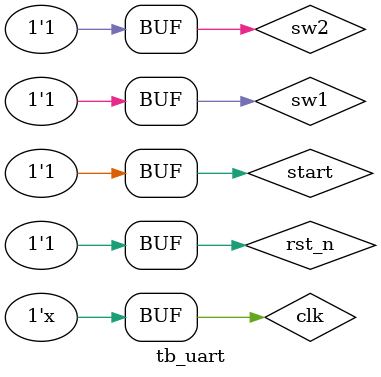
<source format=sv>
`timescale 1ns / 100ps

module tb_uart;

logic clk;
logic rst_n;
logic start;
logic tx_data;
logic sw1;
logic sw2;

initial begin
clk = 1'b1;
rst_n = 1'b0;
start = 1'b0;
sw1 = 1'b0;
sw2 = 1'b0;
#200 rst_n = 1'b1;
#200 start = 1'b1;
sw1 = 1'b1;
sw2 = 1'b1;
end

logic uart_txd;

uart_loopback_top u_uart_loopback_top(
.sys_clk    (clk) ,            //Íâ²¿50MÊ±ÖÓ
.sys_rst_n  (rst_n) ,          //Íâ²¿¸´Î»ÐÅºÅ£¬µÍÓÐÐ§
.uart_rxd   (tx_data) ,           //UART½ÓÊÕ¶Ë¿Ú
.uart_txd   (uart_txd),         //UART·¢ËÍ¶Ë¿Ú
.sw1(sw1),
.sw2(sw2)
);

always#10 clk = ~clk; 
    
parameter  CLK_FREQ = 50000000;              //ÏµÍ³Ê±ÖÓÆµÂÊ
parameter  UART_BPS = 115200;                //´®¿Ú²¨ÌØÂÊ
localparam  BPS_CNT  = CLK_FREQ/UART_BPS;     //ÎªµÃµ½Ö¸¶¨²¨ÌØÂÊ£¬¶ÔÏµÍ³Ê±ÖÓ¼ÆÊýBPS_CNT´Î

reg [15:0] clk_cnt;                         //ÏµÍ³Ê±ÖÓ¼ÆÊýÆ÷


//*****************************************************
//**                    main code
//*****************************************************

//½øÈë·¢ËÍ¹ý³Ìºó£¬Æô¶¯ÏµÍ³Ê±ÖÓ¼ÆÊýÆ÷
always @(posedge clk or negedge rst_n) begin         
    if (!rst_n)                             
        clk_cnt <= 16'd0;                                  
    else if (start) begin                 //´¦ÓÚ·¢ËÍ¹ý³Ì
        if (clk_cnt < BPS_CNT - 1)
            clk_cnt <= clk_cnt + 1'b1;
        else
            clk_cnt <= 16'd0;               //¶ÔÏµÍ³Ê±ÖÓ¼ÆÊý´ïÒ»¸ö²¨ÌØÂÊÖÜÆÚºóÇåÁã
    end
    else                             
        clk_cnt <= 16'd0; 				    //·¢ËÍ¹ý³Ì½áÊø
end

always_ff@(posedge clk or negedge rst_n)begin
	if(!rst_n)
		tx_data <= 1'b0;
	else begin
		if(clk_cnt == BPS_CNT - 1)
			tx_data <= ~tx_data;
	end
end


endmodule

</source>
